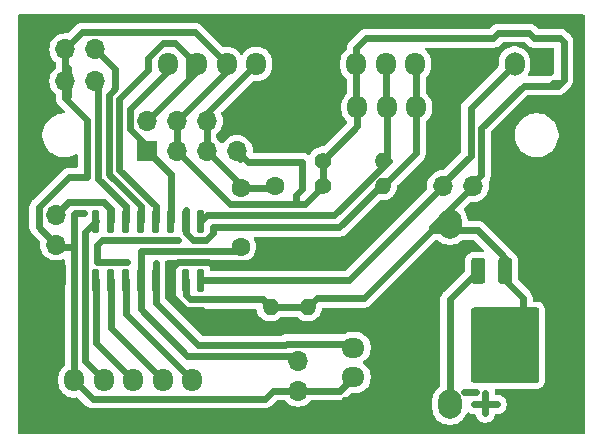
<source format=gtl>
G04 #@! TF.GenerationSoftware,KiCad,Pcbnew,8.0.4-8.0.4-0~ubuntu24.04.1*
G04 #@! TF.CreationDate,2024-08-10T19:39:54+03:00*
G04 #@! TF.ProjectId,stripe_board,73747269-7065-45f6-926f-6172642e6b69,rev?*
G04 #@! TF.SameCoordinates,Original*
G04 #@! TF.FileFunction,Copper,L1,Top*
G04 #@! TF.FilePolarity,Positive*
%FSLAX46Y46*%
G04 Gerber Fmt 4.6, Leading zero omitted, Abs format (unit mm)*
G04 Created by KiCad (PCBNEW 8.0.4-8.0.4-0~ubuntu24.04.1) date 2024-08-10 19:39:54*
%MOMM*%
%LPD*%
G01*
G04 APERTURE LIST*
G04 #@! TA.AperFunction,ComponentPad*
%ADD10R,1.700000X1.700000*%
G04 #@! TD*
G04 #@! TA.AperFunction,ComponentPad*
%ADD11O,1.700000X1.700000*%
G04 #@! TD*
G04 #@! TA.AperFunction,ComponentPad*
%ADD12O,1.700000X2.000000*%
G04 #@! TD*
G04 #@! TA.AperFunction,ComponentPad*
%ADD13O,1.700000X1.950000*%
G04 #@! TD*
G04 #@! TA.AperFunction,ComponentPad*
%ADD14C,1.400000*%
G04 #@! TD*
G04 #@! TA.AperFunction,ComponentPad*
%ADD15O,1.400000X1.400000*%
G04 #@! TD*
G04 #@! TA.AperFunction,ComponentPad*
%ADD16O,1.950000X1.700000*%
G04 #@! TD*
G04 #@! TA.AperFunction,ComponentPad*
%ADD17C,1.600000*%
G04 #@! TD*
G04 #@! TA.AperFunction,ComponentPad*
%ADD18O,2.000000X2.500000*%
G04 #@! TD*
G04 #@! TA.AperFunction,Conductor*
%ADD19C,0.600000*%
G04 #@! TD*
G04 APERTURE END LIST*
G04 #@! TO.P,U2,1,GND*
G04 #@! TO.N,GND*
G04 #@! TA.AperFunction,SMDPad,CuDef*
G36*
G01*
X43180000Y-20600000D02*
X43880000Y-20600000D01*
G75*
G02*
X44130000Y-20850000I0J-250000D01*
G01*
X44130000Y-22550000D01*
G75*
G02*
X43880000Y-22800000I-250000J0D01*
G01*
X43180000Y-22800000D01*
G75*
G02*
X42930000Y-22550000I0J250000D01*
G01*
X42930000Y-20850000D01*
G75*
G02*
X43180000Y-20600000I250000J0D01*
G01*
G37*
G04 #@! TD.AperFunction*
G04 #@! TO.P,U2,2,VO*
G04 #@! TO.N,5V*
G04 #@! TA.AperFunction,SMDPad,CuDef*
G36*
G01*
X40900000Y-20600000D02*
X41600000Y-20600000D01*
G75*
G02*
X41850000Y-20850000I0J-250000D01*
G01*
X41850000Y-22550000D01*
G75*
G02*
X41600000Y-22800000I-250000J0D01*
G01*
X40900000Y-22800000D01*
G75*
G02*
X40650000Y-22550000I0J250000D01*
G01*
X40650000Y-20850000D01*
G75*
G02*
X40900000Y-20600000I250000J0D01*
G01*
G37*
G04 #@! TD.AperFunction*
G04 #@! TA.AperFunction,SMDPad,CuDef*
G36*
G01*
X41650000Y-24800000D02*
X43900000Y-24800000D01*
G75*
G02*
X44150000Y-25050000I0J-250000D01*
G01*
X44150000Y-27600000D01*
G75*
G02*
X43900000Y-27850000I-250000J0D01*
G01*
X41650000Y-27850000D01*
G75*
G02*
X41400000Y-27600000I0J250000D01*
G01*
X41400000Y-25050000D01*
G75*
G02*
X41650000Y-24800000I250000J0D01*
G01*
G37*
G04 #@! TD.AperFunction*
G04 #@! TA.AperFunction,SMDPad,CuDef*
G36*
G01*
X38600000Y-24800000D02*
X40850000Y-24800000D01*
G75*
G02*
X41100000Y-25050000I0J-250000D01*
G01*
X41100000Y-27600000D01*
G75*
G02*
X40850000Y-27850000I-250000J0D01*
G01*
X38600000Y-27850000D01*
G75*
G02*
X38350000Y-27600000I0J250000D01*
G01*
X38350000Y-25050000D01*
G75*
G02*
X38600000Y-24800000I250000J0D01*
G01*
G37*
G04 #@! TD.AperFunction*
G04 #@! TA.AperFunction,SMDPad,CuDef*
G36*
G01*
X38599997Y-24800000D02*
X43900003Y-24800000D01*
G75*
G02*
X44150000Y-25049997I0J-249997D01*
G01*
X44150000Y-30950003D01*
G75*
G02*
X43900003Y-31200000I-249997J0D01*
G01*
X38599997Y-31200000D01*
G75*
G02*
X38350000Y-30950003I0J249997D01*
G01*
X38350000Y-25049997D01*
G75*
G02*
X38599997Y-24800000I249997J0D01*
G01*
G37*
G04 #@! TD.AperFunction*
G04 #@! TA.AperFunction,SMDPad,CuDef*
G36*
G01*
X41650000Y-28150000D02*
X43900000Y-28150000D01*
G75*
G02*
X44150000Y-28400000I0J-250000D01*
G01*
X44150000Y-30950000D01*
G75*
G02*
X43900000Y-31200000I-250000J0D01*
G01*
X41650000Y-31200000D01*
G75*
G02*
X41400000Y-30950000I0J250000D01*
G01*
X41400000Y-28400000D01*
G75*
G02*
X41650000Y-28150000I250000J0D01*
G01*
G37*
G04 #@! TD.AperFunction*
G04 #@! TA.AperFunction,SMDPad,CuDef*
G36*
G01*
X38600000Y-28150000D02*
X40850000Y-28150000D01*
G75*
G02*
X41100000Y-28400000I0J-250000D01*
G01*
X41100000Y-30950000D01*
G75*
G02*
X40850000Y-31200000I-250000J0D01*
G01*
X38600000Y-31200000D01*
G75*
G02*
X38350000Y-30950000I0J250000D01*
G01*
X38350000Y-28400000D01*
G75*
G02*
X38600000Y-28150000I250000J0D01*
G01*
G37*
G04 #@! TD.AperFunction*
G04 #@! TO.P,U2,3,VI*
G04 #@! TO.N,IN*
G04 #@! TA.AperFunction,SMDPad,CuDef*
G36*
G01*
X38620000Y-20600000D02*
X39320000Y-20600000D01*
G75*
G02*
X39570000Y-20850000I0J-250000D01*
G01*
X39570000Y-22550000D01*
G75*
G02*
X39320000Y-22800000I-250000J0D01*
G01*
X38620000Y-22800000D01*
G75*
G02*
X38370000Y-22550000I0J250000D01*
G01*
X38370000Y-20850000D01*
G75*
G02*
X38620000Y-20600000I250000J0D01*
G01*
G37*
G04 #@! TD.AperFunction*
G04 #@! TD*
D10*
G04 #@! TO.P,J20,1,Pin_1*
G04 #@! TO.N,PWM1*
X10927398Y-11540000D03*
D11*
G04 #@! TO.P,J20,2,Pin_2*
G04 #@! TO.N,PWM2*
X10927398Y-9000000D03*
G04 #@! TO.P,J20,3,Pin_3*
G04 #@! TO.N,5V*
X13467398Y-11540000D03*
G04 #@! TO.P,J20,4,Pin_4*
X13467398Y-9000000D03*
G04 #@! TO.P,J20,5,Pin_5*
G04 #@! TO.N,CUR_IN*
X16007398Y-11540000D03*
G04 #@! TO.P,J20,6,Pin_6*
X16007398Y-9000000D03*
G04 #@! TO.P,J20,7,Pin_7*
G04 #@! TO.N,5V*
X18547398Y-11540000D03*
G04 #@! TO.P,J20,8,Pin_8*
G04 #@! TO.N,GND*
X18547398Y-9000000D03*
G04 #@! TD*
D10*
G04 #@! TO.P,Srv5,1,GND*
G04 #@! TO.N,GND*
X1475000Y-5643272D03*
D11*
G04 #@! TO.P,Srv5,2,5v*
G04 #@! TO.N,5V*
X4015000Y-5643272D03*
G04 #@! TO.P,Srv5,3,PWM*
G04 #@! TO.N,/PC7*
X6555000Y-5643272D03*
G04 #@! TD*
G04 #@! TO.P,U1,1,PC1*
G04 #@! TO.N,SDA*
G04 #@! TA.AperFunction,SMDPad,CuDef*
G36*
G01*
X15322398Y-16515000D02*
X15622398Y-16515000D01*
G75*
G02*
X15772398Y-16665000I0J-150000D01*
G01*
X15772398Y-18365000D01*
G75*
G02*
X15622398Y-18515000I-150000J0D01*
G01*
X15322398Y-18515000D01*
G75*
G02*
X15172398Y-18365000I0J150000D01*
G01*
X15172398Y-16665000D01*
G75*
G02*
X15322398Y-16515000I150000J0D01*
G01*
G37*
G04 #@! TD.AperFunction*
G04 #@! TO.P,U1,2,PC2*
G04 #@! TO.N,SCL*
G04 #@! TA.AperFunction,SMDPad,CuDef*
G36*
G01*
X14052398Y-16515000D02*
X14352398Y-16515000D01*
G75*
G02*
X14502398Y-16665000I0J-150000D01*
G01*
X14502398Y-18365000D01*
G75*
G02*
X14352398Y-18515000I-150000J0D01*
G01*
X14052398Y-18515000D01*
G75*
G02*
X13902398Y-18365000I0J150000D01*
G01*
X13902398Y-16665000D01*
G75*
G02*
X14052398Y-16515000I150000J0D01*
G01*
G37*
G04 #@! TD.AperFunction*
G04 #@! TO.P,U1,3,PC3*
G04 #@! TO.N,PWM1*
G04 #@! TA.AperFunction,SMDPad,CuDef*
G36*
G01*
X12782398Y-16515000D02*
X13082398Y-16515000D01*
G75*
G02*
X13232398Y-16665000I0J-150000D01*
G01*
X13232398Y-18365000D01*
G75*
G02*
X13082398Y-18515000I-150000J0D01*
G01*
X12782398Y-18515000D01*
G75*
G02*
X12632398Y-18365000I0J150000D01*
G01*
X12632398Y-16665000D01*
G75*
G02*
X12782398Y-16515000I150000J0D01*
G01*
G37*
G04 #@! TD.AperFunction*
G04 #@! TO.P,U1,4,PC4*
G04 #@! TO.N,PWM2*
G04 #@! TA.AperFunction,SMDPad,CuDef*
G36*
G01*
X11512398Y-16515000D02*
X11812398Y-16515000D01*
G75*
G02*
X11962398Y-16665000I0J-150000D01*
G01*
X11962398Y-18365000D01*
G75*
G02*
X11812398Y-18515000I-150000J0D01*
G01*
X11512398Y-18515000D01*
G75*
G02*
X11362398Y-18365000I0J150000D01*
G01*
X11362398Y-16665000D01*
G75*
G02*
X11512398Y-16515000I150000J0D01*
G01*
G37*
G04 #@! TD.AperFunction*
G04 #@! TO.P,U1,5,PC6*
G04 #@! TO.N,/PC6*
G04 #@! TA.AperFunction,SMDPad,CuDef*
G36*
G01*
X10242398Y-16515000D02*
X10542398Y-16515000D01*
G75*
G02*
X10692398Y-16665000I0J-150000D01*
G01*
X10692398Y-18365000D01*
G75*
G02*
X10542398Y-18515000I-150000J0D01*
G01*
X10242398Y-18515000D01*
G75*
G02*
X10092398Y-18365000I0J150000D01*
G01*
X10092398Y-16665000D01*
G75*
G02*
X10242398Y-16515000I150000J0D01*
G01*
G37*
G04 #@! TD.AperFunction*
G04 #@! TO.P,U1,6,PC7*
G04 #@! TO.N,/PC7*
G04 #@! TA.AperFunction,SMDPad,CuDef*
G36*
G01*
X8972398Y-16515000D02*
X9272398Y-16515000D01*
G75*
G02*
X9422398Y-16665000I0J-150000D01*
G01*
X9422398Y-18365000D01*
G75*
G02*
X9272398Y-18515000I-150000J0D01*
G01*
X8972398Y-18515000D01*
G75*
G02*
X8822398Y-18365000I0J150000D01*
G01*
X8822398Y-16665000D01*
G75*
G02*
X8972398Y-16515000I150000J0D01*
G01*
G37*
G04 #@! TD.AperFunction*
G04 #@! TO.P,U1,7,PD1*
G04 #@! TO.N,SWIO*
G04 #@! TA.AperFunction,SMDPad,CuDef*
G36*
G01*
X7702398Y-16515000D02*
X8002398Y-16515000D01*
G75*
G02*
X8152398Y-16665000I0J-150000D01*
G01*
X8152398Y-18365000D01*
G75*
G02*
X8002398Y-18515000I-150000J0D01*
G01*
X7702398Y-18515000D01*
G75*
G02*
X7552398Y-18365000I0J150000D01*
G01*
X7552398Y-16665000D01*
G75*
G02*
X7702398Y-16515000I150000J0D01*
G01*
G37*
G04 #@! TD.AperFunction*
G04 #@! TO.P,U1,8,PD4*
G04 #@! TO.N,/PD4*
G04 #@! TA.AperFunction,SMDPad,CuDef*
G36*
G01*
X6432398Y-16515000D02*
X6732398Y-16515000D01*
G75*
G02*
X6882398Y-16665000I0J-150000D01*
G01*
X6882398Y-18365000D01*
G75*
G02*
X6732398Y-18515000I-150000J0D01*
G01*
X6432398Y-18515000D01*
G75*
G02*
X6282398Y-18365000I0J150000D01*
G01*
X6282398Y-16665000D01*
G75*
G02*
X6432398Y-16515000I150000J0D01*
G01*
G37*
G04 #@! TD.AperFunction*
G04 #@! TO.P,U1,9,PD5*
G04 #@! TO.N,/PD5*
G04 #@! TA.AperFunction,SMDPad,CuDef*
G36*
G01*
X6432398Y-21515000D02*
X6732398Y-21515000D01*
G75*
G02*
X6882398Y-21665000I0J-150000D01*
G01*
X6882398Y-23365000D01*
G75*
G02*
X6732398Y-23515000I-150000J0D01*
G01*
X6432398Y-23515000D01*
G75*
G02*
X6282398Y-23365000I0J150000D01*
G01*
X6282398Y-21665000D01*
G75*
G02*
X6432398Y-21515000I150000J0D01*
G01*
G37*
G04 #@! TD.AperFunction*
G04 #@! TO.P,U1,10,PD6*
G04 #@! TO.N,/PD6*
G04 #@! TA.AperFunction,SMDPad,CuDef*
G36*
G01*
X7702398Y-21515000D02*
X8002398Y-21515000D01*
G75*
G02*
X8152398Y-21665000I0J-150000D01*
G01*
X8152398Y-23365000D01*
G75*
G02*
X8002398Y-23515000I-150000J0D01*
G01*
X7702398Y-23515000D01*
G75*
G02*
X7552398Y-23365000I0J150000D01*
G01*
X7552398Y-21665000D01*
G75*
G02*
X7702398Y-21515000I150000J0D01*
G01*
G37*
G04 #@! TD.AperFunction*
G04 #@! TO.P,U1,11,PD7*
G04 #@! TO.N,/PD7*
G04 #@! TA.AperFunction,SMDPad,CuDef*
G36*
G01*
X8972398Y-21515000D02*
X9272398Y-21515000D01*
G75*
G02*
X9422398Y-21665000I0J-150000D01*
G01*
X9422398Y-23365000D01*
G75*
G02*
X9272398Y-23515000I-150000J0D01*
G01*
X8972398Y-23515000D01*
G75*
G02*
X8822398Y-23365000I0J150000D01*
G01*
X8822398Y-21665000D01*
G75*
G02*
X8972398Y-21515000I150000J0D01*
G01*
G37*
G04 #@! TD.AperFunction*
G04 #@! TO.P,U1,12,PA1*
G04 #@! TO.N,/PA1*
G04 #@! TA.AperFunction,SMDPad,CuDef*
G36*
G01*
X10242398Y-21515000D02*
X10542398Y-21515000D01*
G75*
G02*
X10692398Y-21665000I0J-150000D01*
G01*
X10692398Y-23365000D01*
G75*
G02*
X10542398Y-23515000I-150000J0D01*
G01*
X10242398Y-23515000D01*
G75*
G02*
X10092398Y-23365000I0J150000D01*
G01*
X10092398Y-21665000D01*
G75*
G02*
X10242398Y-21515000I150000J0D01*
G01*
G37*
G04 #@! TD.AperFunction*
G04 #@! TO.P,U1,13,PA2*
G04 #@! TO.N,POS_IN*
G04 #@! TA.AperFunction,SMDPad,CuDef*
G36*
G01*
X11512398Y-21515000D02*
X11812398Y-21515000D01*
G75*
G02*
X11962398Y-21665000I0J-150000D01*
G01*
X11962398Y-23365000D01*
G75*
G02*
X11812398Y-23515000I-150000J0D01*
G01*
X11512398Y-23515000D01*
G75*
G02*
X11362398Y-23365000I0J150000D01*
G01*
X11362398Y-21665000D01*
G75*
G02*
X11512398Y-21515000I150000J0D01*
G01*
G37*
G04 #@! TD.AperFunction*
G04 #@! TO.P,U1,14,VSS*
G04 #@! TO.N,GND*
G04 #@! TA.AperFunction,SMDPad,CuDef*
G36*
G01*
X12782398Y-21515000D02*
X13082398Y-21515000D01*
G75*
G02*
X13232398Y-21665000I0J-150000D01*
G01*
X13232398Y-23365000D01*
G75*
G02*
X13082398Y-23515000I-150000J0D01*
G01*
X12782398Y-23515000D01*
G75*
G02*
X12632398Y-23365000I0J150000D01*
G01*
X12632398Y-21665000D01*
G75*
G02*
X12782398Y-21515000I150000J0D01*
G01*
G37*
G04 #@! TD.AperFunction*
G04 #@! TO.P,U1,15,VDD*
G04 #@! TO.N,5V*
G04 #@! TA.AperFunction,SMDPad,CuDef*
G36*
G01*
X14052398Y-21515000D02*
X14352398Y-21515000D01*
G75*
G02*
X14502398Y-21665000I0J-150000D01*
G01*
X14502398Y-23365000D01*
G75*
G02*
X14352398Y-23515000I-150000J0D01*
G01*
X14052398Y-23515000D01*
G75*
G02*
X13902398Y-23365000I0J150000D01*
G01*
X13902398Y-21665000D01*
G75*
G02*
X14052398Y-21515000I150000J0D01*
G01*
G37*
G04 #@! TD.AperFunction*
G04 #@! TO.P,U1,16,PC0*
G04 #@! TO.N,RC_IN*
G04 #@! TA.AperFunction,SMDPad,CuDef*
G36*
G01*
X15322398Y-21515000D02*
X15622398Y-21515000D01*
G75*
G02*
X15772398Y-21665000I0J-150000D01*
G01*
X15772398Y-23365000D01*
G75*
G02*
X15622398Y-23515000I-150000J0D01*
G01*
X15322398Y-23515000D01*
G75*
G02*
X15172398Y-23365000I0J150000D01*
G01*
X15172398Y-21665000D01*
G75*
G02*
X15322398Y-21515000I150000J0D01*
G01*
G37*
G04 #@! TD.AperFunction*
G04 #@! TD*
G04 #@! TO.P,J2,1,Pin_1*
G04 #@! TO.N,GND*
G04 #@! TA.AperFunction,ComponentPad*
G36*
G01*
X45398744Y-3450642D02*
X45398744Y-4950642D01*
G75*
G02*
X45148744Y-5200642I-250000J0D01*
G01*
X43948744Y-5200642D01*
G75*
G02*
X43698744Y-4950642I0J250000D01*
G01*
X43698744Y-3450642D01*
G75*
G02*
X43948744Y-3200642I250000J0D01*
G01*
X45148744Y-3200642D01*
G75*
G02*
X45398744Y-3450642I0J-250000D01*
G01*
G37*
G04 #@! TD.AperFunction*
D12*
G04 #@! TO.P,J2,2,Pin_2*
G04 #@! TO.N,RC_IN*
X42048744Y-4200642D03*
G04 #@! TD*
G04 #@! TO.P,J1,1,Pin_1*
G04 #@! TO.N,GND*
G04 #@! TA.AperFunction,ComponentPad*
G36*
G01*
X1417066Y-31697759D02*
X1417066Y-30247759D01*
G75*
G02*
X1667066Y-29997759I250000J0D01*
G01*
X2867066Y-29997759D01*
G75*
G02*
X3117066Y-30247759I0J-250000D01*
G01*
X3117066Y-31697759D01*
G75*
G02*
X2867066Y-31947759I-250000J0D01*
G01*
X1667066Y-31947759D01*
G75*
G02*
X1417066Y-31697759I0J250000D01*
G01*
G37*
G04 #@! TD.AperFunction*
D13*
G04 #@! TO.P,J1,2,Pin_2*
G04 #@! TO.N,5V*
X4767066Y-30972759D03*
G04 #@! TO.P,J1,3,Pin_3*
G04 #@! TO.N,/PD4*
X7267066Y-30972759D03*
G04 #@! TO.P,J1,4,Pin_4*
G04 #@! TO.N,/PD5*
X9767066Y-30972759D03*
G04 #@! TO.P,J1,5,Pin_5*
G04 #@! TO.N,/PD6*
X12267066Y-30972759D03*
G04 #@! TO.P,J1,6,Pin_6*
G04 #@! TO.N,/PD7*
X14767066Y-30972759D03*
G04 #@! TD*
D14*
G04 #@! TO.P,C2,1*
G04 #@! TO.N,GND*
X24541068Y-19690919D03*
D15*
G04 #@! TO.P,C2,2*
G04 #@! TO.N,5V*
X24541068Y-24770919D03*
G04 #@! TD*
D14*
G04 #@! TO.P,R1,1*
G04 #@! TO.N,5V*
X25827398Y-14515000D03*
D15*
G04 #@! TO.P,R1,2*
G04 #@! TO.N,SCL*
X30907398Y-14515000D03*
G04 #@! TD*
D14*
G04 #@! TO.P,R2,1*
G04 #@! TO.N,5V*
X25829794Y-12376450D03*
D15*
G04 #@! TO.P,R2,2*
G04 #@! TO.N,SDA*
X30909794Y-12376450D03*
G04 #@! TD*
D10*
G04 #@! TO.P,J16,1,Pin_1*
G04 #@! TO.N,GND*
X3227398Y-22015000D03*
D11*
G04 #@! TO.P,J16,2,Pin_2*
G04 #@! TO.N,5V*
X3227398Y-19475000D03*
G04 #@! TO.P,J16,3,Pin_3*
G04 #@! TO.N,SWIO*
X3227398Y-16935000D03*
G04 #@! TD*
G04 #@! TO.P,I2C_2,1,Pin_1*
G04 #@! TO.N,GND*
G04 #@! TA.AperFunction,ComponentPad*
G36*
G01*
X36985031Y-3473659D02*
X36985031Y-4923659D01*
G75*
G02*
X36735031Y-5173659I-250000J0D01*
G01*
X35535031Y-5173659D01*
G75*
G02*
X35285031Y-4923659I0J250000D01*
G01*
X35285031Y-3473659D01*
G75*
G02*
X35535031Y-3223659I250000J0D01*
G01*
X36735031Y-3223659D01*
G75*
G02*
X36985031Y-3473659I0J-250000D01*
G01*
G37*
G04 #@! TD.AperFunction*
D13*
G04 #@! TO.P,I2C_2,2,Pin_2*
G04 #@! TO.N,SCL*
X33635031Y-4198659D03*
G04 #@! TO.P,I2C_2,3,Pin_3*
G04 #@! TO.N,SDA*
X31135031Y-4198659D03*
G04 #@! TO.P,I2C_2,4,Pin_4*
G04 #@! TO.N,5V*
X28635031Y-4198659D03*
G04 #@! TD*
G04 #@! TO.P,Srv8,1,GND*
G04 #@! TO.N,GND*
G04 #@! TA.AperFunction,ComponentPad*
G36*
G01*
X29135469Y-34061030D02*
X27685469Y-34061030D01*
G75*
G02*
X27435469Y-33811030I0J250000D01*
G01*
X27435469Y-32611030D01*
G75*
G02*
X27685469Y-32361030I250000J0D01*
G01*
X29135469Y-32361030D01*
G75*
G02*
X29385469Y-32611030I0J-250000D01*
G01*
X29385469Y-33811030D01*
G75*
G02*
X29135469Y-34061030I-250000J0D01*
G01*
G37*
G04 #@! TD.AperFunction*
D16*
G04 #@! TO.P,Srv8,2,5v*
G04 #@! TO.N,5V*
X28410469Y-30711030D03*
G04 #@! TO.P,Srv8,3,PWM*
G04 #@! TO.N,POS_IN*
X28410469Y-28211030D03*
G04 #@! TD*
D14*
G04 #@! TO.P,C3,1*
G04 #@! TO.N,GND*
X21391068Y-19690919D03*
D15*
G04 #@! TO.P,C3,2*
G04 #@! TO.N,5V*
X21391068Y-24770919D03*
G04 #@! TD*
D17*
G04 #@! TO.P,R3,1*
G04 #@! TO.N,CUR_IN*
X18850514Y-14667908D03*
G04 #@! TO.P,R3,2*
G04 #@! TO.N,/PA1*
X18850514Y-19667908D03*
G04 #@! TD*
G04 #@! TO.P,J8,1,Pin_1*
G04 #@! TO.N,GND*
G04 #@! TA.AperFunction,ComponentPad*
G36*
G01*
X23523002Y-3471999D02*
X23523002Y-4921999D01*
G75*
G02*
X23273002Y-5171999I-250000J0D01*
G01*
X22073002Y-5171999D01*
G75*
G02*
X21823002Y-4921999I0J250000D01*
G01*
X21823002Y-3471999D01*
G75*
G02*
X22073002Y-3221999I250000J0D01*
G01*
X23273002Y-3221999D01*
G75*
G02*
X23523002Y-3471999I0J-250000D01*
G01*
G37*
G04 #@! TD.AperFunction*
D13*
G04 #@! TO.P,J8,2,Pin_2*
G04 #@! TO.N,CUR_IN*
X20173002Y-4196999D03*
G04 #@! TO.P,J8,3,Pin_3*
G04 #@! TO.N,5V*
X17673002Y-4196999D03*
G04 #@! TO.P,J8,4,Pin_4*
G04 #@! TO.N,PWM2*
X15173002Y-4196999D03*
G04 #@! TO.P,J8,5,Pin_5*
G04 #@! TO.N,PWM1*
X12673002Y-4196999D03*
G04 #@! TD*
D17*
G04 #@! TO.P,C4,1*
G04 #@! TO.N,CUR_IN*
X21727398Y-14515000D03*
G04 #@! TO.P,C4,2*
G04 #@! TO.N,GND*
X21727398Y-9515000D03*
G04 #@! TD*
D10*
G04 #@! TO.P,Srv7,1,GND*
G04 #@! TO.N,GND*
X23727398Y-34390000D03*
D11*
G04 #@! TO.P,Srv7,2,5v*
G04 #@! TO.N,5V*
X23727398Y-31850000D03*
G04 #@! TO.P,Srv7,3,PWM*
G04 #@! TO.N,/PA1*
X23727398Y-29310000D03*
G04 #@! TD*
D10*
G04 #@! TO.P,Srv6,1,GND*
G04 #@! TO.N,GND*
X1475000Y-2946060D03*
D11*
G04 #@! TO.P,Srv6,2,5v*
G04 #@! TO.N,5V*
X4015000Y-2946060D03*
G04 #@! TO.P,Srv6,3,PWM*
G04 #@! TO.N,/PC6*
X6555000Y-2946060D03*
G04 #@! TD*
G04 #@! TO.P,I2C_1,1,Pin_1*
G04 #@! TO.N,GND*
G04 #@! TA.AperFunction,ComponentPad*
G36*
G01*
X37077398Y-7147980D02*
X37077398Y-8597980D01*
G75*
G02*
X36827398Y-8847980I-250000J0D01*
G01*
X35627398Y-8847980D01*
G75*
G02*
X35377398Y-8597980I0J250000D01*
G01*
X35377398Y-7147980D01*
G75*
G02*
X35627398Y-6897980I250000J0D01*
G01*
X36827398Y-6897980D01*
G75*
G02*
X37077398Y-7147980I0J-250000D01*
G01*
G37*
G04 #@! TD.AperFunction*
D13*
G04 #@! TO.P,I2C_1,2,Pin_2*
G04 #@! TO.N,SCL*
X33727398Y-7872980D03*
G04 #@! TO.P,I2C_1,3,Pin_3*
G04 #@! TO.N,SDA*
X31227398Y-7872980D03*
G04 #@! TO.P,I2C_1,4,Pin_4*
G04 #@! TO.N,5V*
X28727398Y-7872980D03*
G04 #@! TD*
D10*
G04 #@! TO.P,Srv1,1,GND*
G04 #@! TO.N,GND*
X41077398Y-14515000D03*
D11*
G04 #@! TO.P,Srv1,2,5v*
G04 #@! TO.N,5V*
X38537398Y-14515000D03*
G04 #@! TO.P,Srv1,3,PWM*
G04 #@! TO.N,RC_IN*
X35997398Y-14515000D03*
G04 #@! TD*
D18*
G04 #@! TO.P,Mini360,1,IN-*
G04 #@! TO.N,GND*
X45717398Y-32990000D03*
G04 #@! TO.P,Mini360,2,IN+*
G04 #@! TO.N,IN*
X36577398Y-32990000D03*
G04 #@! TO.P,Mini360,3,OUT-*
G04 #@! TO.N,GND*
X45717398Y-17750000D03*
G04 #@! TO.P,Mini360,4,OUT+*
G04 #@! TO.N,5V*
X36577398Y-17750000D03*
G04 #@! TD*
D19*
G04 #@! TO.N,5V*
X42775000Y-26325000D02*
X42775000Y-24025000D01*
X42775000Y-24025000D02*
X41250000Y-22500000D01*
X41250000Y-22500000D02*
X41250000Y-21700000D01*
G04 #@! TO.N,*
X37750000Y-32000000D02*
X38750000Y-32000000D01*
G04 #@! TO.N,5V*
X41250000Y-21700000D02*
X41250000Y-20600000D01*
X41250000Y-20600000D02*
X38915000Y-18265000D01*
X38915000Y-18265000D02*
X36577398Y-18265000D01*
G04 #@! TO.N,IN*
X36577398Y-33505000D02*
X36577398Y-24092602D01*
X36577398Y-24092602D02*
X38970000Y-21700000D01*
G04 #@! TO.N,*
X39577398Y-32015000D02*
X39577398Y-33765000D01*
X38577398Y-33015000D02*
X40577398Y-33015000D01*
G04 #@! TO.N,5V*
X19522398Y-12515000D02*
X24077398Y-12515000D01*
X18547398Y-11540000D02*
X19522398Y-12515000D01*
X23577398Y-15265000D02*
X23577398Y-16067908D01*
X24077398Y-12515000D02*
X24077398Y-14765000D01*
X24077398Y-14765000D02*
X23577398Y-15265000D01*
X23577398Y-16067908D02*
X23077398Y-16067908D01*
X24274490Y-16067908D02*
X23577398Y-16067908D01*
X18799898Y-11792500D02*
X18799898Y-12237500D01*
X18547398Y-11540000D02*
X18799898Y-11792500D01*
X23077398Y-16067908D02*
X22554389Y-16067908D01*
X23127398Y-16017908D02*
X23077398Y-16067908D01*
X38537398Y-14515000D02*
X35077398Y-17975000D01*
X35077398Y-17975000D02*
X35077398Y-18265000D01*
X36577398Y-18265000D02*
X35077398Y-18265000D01*
X35077398Y-18265000D02*
X29327398Y-24015000D01*
X29327398Y-24015000D02*
X25296987Y-24015000D01*
X25296987Y-24015000D02*
X24541068Y-24770919D01*
G04 #@! TO.N,RC_IN*
X15472398Y-22515000D02*
X27577398Y-22515000D01*
X35997398Y-14515000D02*
X27997398Y-22515000D01*
X27997398Y-22515000D02*
X27577398Y-22515000D01*
G04 #@! TO.N,*
X7127398Y-19115000D02*
X6727398Y-19515000D01*
X13529607Y-19115000D02*
X7127398Y-19115000D01*
X6727398Y-20915000D02*
X9227398Y-20915000D01*
X6727398Y-19515000D02*
X6727398Y-20915000D01*
G04 #@! TO.N,5V*
X1777398Y-18025000D02*
X3227398Y-19475000D01*
X5877398Y-13765000D02*
X4346788Y-13765000D01*
X20735149Y-24115000D02*
X20931274Y-24311124D01*
X4015000Y-2946060D02*
X4015000Y-5643272D01*
X45340206Y-5761633D02*
X45980765Y-5761633D01*
X4767066Y-30972759D02*
X4767066Y-28076322D01*
X45928008Y-2015000D02*
X43727398Y-2015000D01*
X17673002Y-4196999D02*
X17673002Y-4794396D01*
X14532398Y-24115000D02*
X20735149Y-24115000D01*
X40677398Y-1565000D02*
X40227398Y-2015000D01*
X4727398Y-19660000D02*
X4782398Y-19715000D01*
X5465000Y-1496060D02*
X14972063Y-1496060D01*
X38312398Y-14515000D02*
X39227398Y-13600000D01*
X28727398Y-7872980D02*
X28727398Y-9478846D01*
X21593008Y-31850000D02*
X20895249Y-32547759D01*
X17673002Y-4196999D02*
X17564953Y-4196999D01*
X20895249Y-32547759D02*
X6342066Y-32547759D01*
X6342066Y-32547759D02*
X4767066Y-30972759D01*
X20931274Y-24311124D02*
X21391069Y-24770919D01*
X4242398Y-4515000D02*
X4242398Y-6859441D01*
X43277398Y-1565000D02*
X40677398Y-1565000D01*
X46227398Y-2314390D02*
X45928008Y-2015000D01*
X23727398Y-31850000D02*
X27271499Y-31850000D01*
X24274490Y-16067908D02*
X25827398Y-14515000D01*
X4827398Y-16815000D02*
X5577398Y-16815000D01*
X25829794Y-14512604D02*
X25827398Y-14515000D01*
X4782398Y-19715000D02*
X3467398Y-19715000D01*
X28635031Y-7780613D02*
X28727398Y-7872980D01*
X46227398Y-5515000D02*
X46227398Y-2314390D01*
X29477398Y-2015000D02*
X28635031Y-2857367D01*
X45727398Y-6015000D02*
X45980765Y-5761633D01*
X14202398Y-23785000D02*
X14532398Y-24115000D01*
X4015000Y-2946060D02*
X5465000Y-1496060D01*
X13467398Y-11540000D02*
X17995306Y-16067908D01*
X4015000Y-5643272D02*
X4015000Y-7086839D01*
X14972063Y-1496060D02*
X17673002Y-4196999D01*
X1777398Y-16334390D02*
X1777398Y-16515000D01*
X38312398Y-15030000D02*
X38312398Y-14515000D01*
X42827398Y-6015000D02*
X45727398Y-6015000D01*
X5827398Y-9074441D02*
X5877398Y-9124441D01*
X27271499Y-31850000D02*
X28410469Y-30711030D01*
X20931274Y-24311124D02*
X21391068Y-24770919D01*
X17673002Y-4794396D02*
X13467398Y-9000000D01*
X28635031Y-2857367D02*
X28635031Y-4198659D01*
X4827398Y-16815000D02*
X4727398Y-16915000D01*
X17995306Y-16067908D02*
X21577398Y-16067908D01*
X4015000Y-7086839D02*
X5827398Y-8899237D01*
X40227398Y-2015000D02*
X29477398Y-2015000D01*
X13467398Y-9000000D02*
X13467398Y-11540000D01*
X25829794Y-12376450D02*
X25829794Y-14512604D01*
X1777398Y-16515000D02*
X1777398Y-18025000D01*
X4346788Y-13765000D02*
X1777398Y-16334390D01*
X39227398Y-9615000D02*
X42827398Y-6015000D01*
X39227398Y-13600000D02*
X39227398Y-9615000D01*
X4727398Y-19660000D02*
X4727398Y-16915000D01*
X4767066Y-28076322D02*
X4782398Y-28060990D01*
X5827398Y-8899237D02*
X5827398Y-9074441D01*
X45980765Y-5761633D02*
X46227398Y-5515000D01*
X23727398Y-31850000D02*
X21593008Y-31850000D01*
X21391069Y-24770919D02*
X24541068Y-24770919D01*
X43727398Y-2015000D02*
X43277398Y-1565000D01*
X4782398Y-19715000D02*
X4782398Y-28060990D01*
X21577398Y-16067908D02*
X22554389Y-16067908D01*
X28727398Y-9478846D02*
X25829794Y-12376450D01*
X28635031Y-4198659D02*
X28635031Y-7780613D01*
X3467398Y-19715000D02*
X3227398Y-19475000D01*
X14202398Y-22515000D02*
X14202398Y-23785000D01*
X5877398Y-9124441D02*
X5877398Y-13765000D01*
X21577398Y-16067908D02*
X24274490Y-16067908D01*
G04 #@! TO.N,GND*
X14159606Y-25015000D02*
X15577398Y-25015000D01*
X13532400Y-20915000D02*
X13329899Y-21117501D01*
X13532400Y-20915000D02*
X16127398Y-20915000D01*
X16280306Y-21067908D02*
X20014079Y-21067908D01*
X12932398Y-22515000D02*
X12932398Y-21515001D01*
X12932398Y-22515000D02*
X12932398Y-23787792D01*
X12932398Y-21515001D02*
X13329899Y-21117501D01*
X20014079Y-21067908D02*
X21391068Y-19690919D01*
X12932398Y-23787792D02*
X14159606Y-25015000D01*
X16127398Y-20915000D02*
X16280306Y-21067908D01*
X13329899Y-21117501D02*
X13532399Y-20915000D01*
G04 #@! TO.N,SWIO*
X4247398Y-15915000D02*
X7252397Y-15915000D01*
X7852398Y-16437919D02*
X7852398Y-17515000D01*
X7252397Y-15915000D02*
X7852398Y-16515001D01*
X7852398Y-16515001D02*
X7852398Y-17515000D01*
X3227398Y-16935000D02*
X4247398Y-15915000D01*
G04 #@! TO.N,SCL*
X16527398Y-18015000D02*
X27227398Y-18015000D01*
X33727398Y-11695000D02*
X33727398Y-7872980D01*
X16527398Y-18524816D02*
X15937214Y-19115000D01*
X15937214Y-19115000D02*
X14802399Y-19115000D01*
X33727398Y-4291026D02*
X33635031Y-4198659D01*
X33727398Y-7872980D02*
X33727398Y-4291026D01*
X14802399Y-19115000D02*
X14202398Y-18514999D01*
X14202398Y-16515001D02*
X14202398Y-17515000D01*
X14202398Y-18514999D02*
X14202398Y-17515000D01*
X27227398Y-18015000D02*
X30727398Y-14515000D01*
X16527398Y-18015000D02*
X16527398Y-18524816D01*
X30907398Y-14515000D02*
X33727398Y-11695000D01*
G04 #@! TO.N,SDA*
X31135031Y-7780613D02*
X31227398Y-7872980D01*
X26767398Y-17015000D02*
X15972398Y-17015000D01*
X31227398Y-12058846D02*
X30909794Y-12376450D01*
X26767398Y-17015000D02*
X31405948Y-12376450D01*
X31227398Y-7872980D02*
X31227398Y-12058846D01*
X31135031Y-4198659D02*
X31135031Y-7780613D01*
X15972398Y-17015000D02*
X15472398Y-17515000D01*
G04 #@! TO.N,PWM2*
X10927398Y-9000000D02*
X14069898Y-5857500D01*
X15173002Y-4754396D02*
X15173002Y-4196999D01*
X11003394Y-3690996D02*
X11003394Y-4690996D01*
X14485685Y-5441713D02*
X14485685Y-3617731D01*
X8577398Y-7160604D02*
X8577398Y-13165000D01*
X14069898Y-5857500D02*
X14485685Y-5441713D01*
X12257169Y-2437222D02*
X11003394Y-3690996D01*
X14485685Y-3617731D02*
X13305176Y-2437222D01*
X8577398Y-13165000D02*
X11662398Y-16250000D01*
X11025200Y-4712802D02*
X8577398Y-7160604D01*
X11662398Y-16250000D02*
X11662398Y-17515000D01*
X11003394Y-4690996D02*
X11025200Y-4712802D01*
X13305176Y-2437222D02*
X12257169Y-2437222D01*
X14069898Y-5857500D02*
X15173002Y-4754396D01*
G04 #@! TO.N,/PC7*
X6555000Y-5643272D02*
X6777398Y-5865670D01*
X9122398Y-16255584D02*
X9122398Y-17515000D01*
X6777398Y-5865670D02*
X6777398Y-13910584D01*
X6777398Y-13910584D02*
X9122398Y-16255584D01*
G04 #@! TO.N,RC_IN*
X38327398Y-11960000D02*
X38327398Y-7889226D01*
X35772398Y-14740000D02*
X35997398Y-14515000D01*
X38327398Y-7889226D02*
X42054991Y-4161633D01*
X35772398Y-14515000D02*
X38327398Y-11960000D01*
G04 #@! TO.N,PWM1*
X10927398Y-11540000D02*
X10927398Y-11115000D01*
X10927398Y-11540000D02*
X12932398Y-13545000D01*
X9477398Y-8015000D02*
X11602398Y-5890000D01*
X9477398Y-9665000D02*
X9477398Y-8015000D01*
X12673002Y-4196999D02*
X12673002Y-4819396D01*
X10927398Y-11115000D02*
X9477398Y-9665000D01*
X12932398Y-13545000D02*
X12932398Y-17515000D01*
X11602398Y-5890000D02*
X11985685Y-5506713D01*
X12673002Y-4819396D02*
X11602398Y-5890000D01*
G04 #@! TO.N,/PD7*
X14767066Y-30972759D02*
X9122398Y-25328091D01*
X9122398Y-25328091D02*
X9122398Y-22515000D01*
G04 #@! TO.N,/PD6*
X7852398Y-22515000D02*
X7852398Y-26558091D01*
X7852398Y-26558091D02*
X12267066Y-30972759D01*
G04 #@! TO.N,/PD5*
X6582398Y-22515000D02*
X6582398Y-27788091D01*
X6582398Y-27788091D02*
X9767066Y-30972759D01*
G04 #@! TO.N,/PD4*
X5682398Y-29370000D02*
X7267066Y-30954668D01*
X7267066Y-30954668D02*
X7267066Y-30972759D01*
X5682398Y-18415000D02*
X5682398Y-29370000D01*
X6582398Y-17515000D02*
X5682398Y-18415000D01*
G04 #@! TO.N,CUR_IN*
X16077398Y-8292603D02*
X20173002Y-4196999D01*
X16007398Y-9000000D02*
X16077398Y-8930000D01*
X16007398Y-9000000D02*
X16007398Y-11540000D01*
X21574490Y-14667908D02*
X21727398Y-14515000D01*
X18850514Y-14667908D02*
X21574490Y-14667908D01*
X18882398Y-14415000D02*
X16007398Y-11540000D01*
X16077398Y-8930000D02*
X16077398Y-8265000D01*
X16007398Y-11540000D02*
X16007398Y-11695000D01*
X16077398Y-8930000D02*
X16077398Y-8292603D01*
G04 #@! TO.N,POS_IN*
X22639898Y-27997500D02*
X22777398Y-27860000D01*
X15244898Y-27997500D02*
X11662398Y-24415000D01*
X11662398Y-21035126D02*
X11662398Y-24415000D01*
X28059439Y-27860000D02*
X28410469Y-28211030D01*
X22777398Y-27860000D02*
X28059439Y-27860000D01*
X15244898Y-27997500D02*
X22639898Y-27997500D01*
G04 #@! TO.N,/PC6*
X8013804Y-6451406D02*
X7677398Y-6787812D01*
X8232398Y-6232812D02*
X8013804Y-6451406D01*
X10392398Y-16252792D02*
X10392398Y-17515000D01*
X7677398Y-13537792D02*
X10392398Y-16252792D01*
X7677398Y-13537792D02*
X7991002Y-13851396D01*
X7677398Y-6787812D02*
X7677398Y-13537792D01*
X8232398Y-4623458D02*
X8232398Y-6232812D01*
X6555000Y-2946060D02*
X8232398Y-4623458D01*
G04 #@! TO.N,/PA1*
X14327398Y-28897500D02*
X10392398Y-24962500D01*
X23727398Y-29310000D02*
X23314898Y-28897500D01*
X23314898Y-28897500D02*
X14327398Y-28897500D01*
X10392398Y-20050000D02*
X10392398Y-22515000D01*
X10392398Y-24962500D02*
X10392398Y-22515000D01*
X18427398Y-20015000D02*
X10427398Y-20015000D01*
X19027398Y-19415000D02*
X18427398Y-20015000D01*
X10427398Y-20015000D02*
X10392398Y-20050000D01*
G04 #@! TD*
G04 #@! TA.AperFunction,Conductor*
G04 #@! TO.N,GND*
G36*
X42961497Y-2385185D02*
G01*
X42982139Y-2401819D01*
X43105609Y-2525289D01*
X43204185Y-2623865D01*
X43217110Y-2636790D01*
X43348212Y-2724390D01*
X43348216Y-2724392D01*
X43348219Y-2724394D01*
X43478904Y-2778525D01*
X43478907Y-2778526D01*
X43478908Y-2778527D01*
X43493896Y-2784735D01*
X43493901Y-2784737D01*
X43648551Y-2815499D01*
X43648554Y-2815500D01*
X43648556Y-2815500D01*
X43806240Y-2815500D01*
X45302898Y-2815500D01*
X45369937Y-2835185D01*
X45415692Y-2887989D01*
X45426898Y-2939500D01*
X45426898Y-4837133D01*
X45407213Y-4904172D01*
X45354409Y-4949927D01*
X45302898Y-4961133D01*
X45261361Y-4961133D01*
X45106716Y-4991894D01*
X45106704Y-4991897D01*
X44961033Y-5052235D01*
X44961020Y-5052242D01*
X44829917Y-5139843D01*
X44829913Y-5139846D01*
X44791581Y-5178180D01*
X44730259Y-5211666D01*
X44703899Y-5214500D01*
X43326637Y-5214500D01*
X43259598Y-5194815D01*
X43213843Y-5142011D01*
X43203899Y-5072853D01*
X43216151Y-5034207D01*
X43300301Y-4869054D01*
X43365990Y-4666885D01*
X43399244Y-4456929D01*
X43399244Y-3944355D01*
X43365990Y-3734399D01*
X43300301Y-3532230D01*
X43203795Y-3342826D01*
X43203793Y-3342823D01*
X43203792Y-3342821D01*
X43078853Y-3170855D01*
X42928530Y-3020532D01*
X42756564Y-2895593D01*
X42567158Y-2799086D01*
X42567157Y-2799085D01*
X42567156Y-2799085D01*
X42364987Y-2733396D01*
X42364985Y-2733395D01*
X42364984Y-2733395D01*
X42203701Y-2707850D01*
X42155031Y-2700142D01*
X41942457Y-2700142D01*
X41893786Y-2707850D01*
X41732504Y-2733395D01*
X41530329Y-2799086D01*
X41340923Y-2895593D01*
X41168957Y-3020532D01*
X41018634Y-3170855D01*
X40893695Y-3342821D01*
X40797188Y-3532227D01*
X40731497Y-3734402D01*
X40698244Y-3944355D01*
X40698244Y-4334940D01*
X40678559Y-4401979D01*
X40661925Y-4422621D01*
X37817109Y-7267437D01*
X37764218Y-7320328D01*
X37705607Y-7378938D01*
X37618007Y-7510040D01*
X37618000Y-7510053D01*
X37557662Y-7655724D01*
X37557659Y-7655736D01*
X37526898Y-7810379D01*
X37526898Y-11577059D01*
X37507213Y-11644098D01*
X37490579Y-11664740D01*
X36027755Y-13127563D01*
X35966432Y-13161048D01*
X35950882Y-13163410D01*
X35761994Y-13179936D01*
X35761984Y-13179938D01*
X35533742Y-13241094D01*
X35533733Y-13241098D01*
X35319569Y-13340964D01*
X35319567Y-13340965D01*
X35125995Y-13476505D01*
X34958903Y-13643597D01*
X34823363Y-13837169D01*
X34823362Y-13837171D01*
X34723496Y-14051335D01*
X34723492Y-14051344D01*
X34662336Y-14279586D01*
X34662334Y-14279596D01*
X34641739Y-14514999D01*
X34641739Y-14515002D01*
X34654686Y-14662991D01*
X34640919Y-14731491D01*
X34618839Y-14761479D01*
X27702139Y-21678181D01*
X27640816Y-21711666D01*
X27614458Y-21714500D01*
X16396589Y-21714500D01*
X16329550Y-21694815D01*
X16283795Y-21642011D01*
X16272971Y-21600229D01*
X16269996Y-21562432D01*
X16269995Y-21562426D01*
X16224143Y-21404606D01*
X16224142Y-21404603D01*
X16224142Y-21404602D01*
X16140479Y-21263135D01*
X16140477Y-21263133D01*
X16140474Y-21263129D01*
X16024268Y-21146923D01*
X16024260Y-21146917D01*
X15882794Y-21063255D01*
X15882793Y-21063254D01*
X15866689Y-21058576D01*
X15807804Y-21020970D01*
X15778598Y-20957497D01*
X15788344Y-20888310D01*
X15833948Y-20835376D01*
X15900932Y-20815501D01*
X15901285Y-20815500D01*
X18206798Y-20815500D01*
X18259202Y-20827117D01*
X18404018Y-20894647D01*
X18623822Y-20953543D01*
X18785744Y-20967709D01*
X18850512Y-20973376D01*
X18850514Y-20973376D01*
X18850516Y-20973376D01*
X18907187Y-20968417D01*
X19077206Y-20953543D01*
X19297010Y-20894647D01*
X19503248Y-20798476D01*
X19689653Y-20667955D01*
X19850561Y-20507047D01*
X19981082Y-20320642D01*
X20077253Y-20114404D01*
X20136149Y-19894600D01*
X20155982Y-19667908D01*
X20136149Y-19441216D01*
X20077253Y-19221412D01*
X19981082Y-19015174D01*
X19977894Y-19010621D01*
X19955568Y-18944417D01*
X19972578Y-18876650D01*
X20023527Y-18828837D01*
X20079470Y-18815500D01*
X27306242Y-18815500D01*
X27306243Y-18815499D01*
X27460895Y-18784737D01*
X27606577Y-18724394D01*
X27737687Y-18636789D01*
X30634364Y-15740110D01*
X30695685Y-15706627D01*
X30744827Y-15705905D01*
X30796155Y-15715500D01*
X30796156Y-15715500D01*
X31018639Y-15715500D01*
X31018641Y-15715500D01*
X31237338Y-15674618D01*
X31444799Y-15594247D01*
X31633960Y-15477124D01*
X31798379Y-15327236D01*
X31932456Y-15149689D01*
X31950136Y-15114184D01*
X32031622Y-14950538D01*
X32031621Y-14950538D01*
X32031627Y-14950528D01*
X32092513Y-14736536D01*
X32113041Y-14515000D01*
X32112173Y-14505633D01*
X32125588Y-14437064D01*
X32147960Y-14406514D01*
X34349187Y-12205289D01*
X34357066Y-12193497D01*
X34436792Y-12074179D01*
X34497135Y-11928497D01*
X34507135Y-11878224D01*
X34508504Y-11871343D01*
X34508504Y-11871342D01*
X34527898Y-11773845D01*
X34527898Y-9148873D01*
X34547583Y-9081834D01*
X34579012Y-9048556D01*
X34607190Y-9028084D01*
X34757502Y-8877772D01*
X34757504Y-8877768D01*
X34757507Y-8877766D01*
X34882446Y-8705800D01*
X34882445Y-8705800D01*
X34882449Y-8705796D01*
X34978955Y-8516392D01*
X35044644Y-8314223D01*
X35077898Y-8104267D01*
X35077898Y-7641693D01*
X35044644Y-7431737D01*
X34978955Y-7229568D01*
X34882449Y-7040164D01*
X34882447Y-7040161D01*
X34882446Y-7040159D01*
X34757507Y-6868193D01*
X34607192Y-6717878D01*
X34607190Y-6717876D01*
X34579011Y-6697402D01*
X34536347Y-6642074D01*
X34527898Y-6597086D01*
X34527898Y-5392050D01*
X34547583Y-5325011D01*
X34564217Y-5304369D01*
X34594922Y-5273664D01*
X34665135Y-5203451D01*
X34665137Y-5203447D01*
X34665140Y-5203445D01*
X34784713Y-5038865D01*
X34790082Y-5031475D01*
X34886588Y-4842071D01*
X34952277Y-4639902D01*
X34985531Y-4429946D01*
X34985531Y-3967372D01*
X34952277Y-3757416D01*
X34886588Y-3555247D01*
X34790082Y-3365843D01*
X34790080Y-3365840D01*
X34790079Y-3365838D01*
X34665140Y-3193872D01*
X34514821Y-3043553D01*
X34509680Y-3039818D01*
X34467015Y-2984487D01*
X34461036Y-2914874D01*
X34493642Y-2853079D01*
X34554481Y-2818722D01*
X34582566Y-2815500D01*
X40306242Y-2815500D01*
X40306243Y-2815499D01*
X40460895Y-2784737D01*
X40584844Y-2733396D01*
X40606570Y-2724397D01*
X40606570Y-2724396D01*
X40606577Y-2724394D01*
X40737687Y-2636789D01*
X40972657Y-2401819D01*
X41033980Y-2368334D01*
X41060338Y-2365500D01*
X42894458Y-2365500D01*
X42961497Y-2385185D01*
G37*
G04 #@! TD.AperFunction*
G04 #@! TA.AperFunction,Conductor*
G36*
X15110550Y-20835185D02*
G01*
X15156305Y-20887989D01*
X15166249Y-20957147D01*
X15137224Y-21020703D01*
X15078446Y-21058477D01*
X15078107Y-21058576D01*
X15062002Y-21063254D01*
X15062001Y-21063255D01*
X14920535Y-21146917D01*
X14914367Y-21151702D01*
X14912470Y-21149256D01*
X14863756Y-21175857D01*
X14794064Y-21170873D01*
X14761694Y-21150069D01*
X14760429Y-21151702D01*
X14754260Y-21146917D01*
X14612794Y-21063255D01*
X14612793Y-21063254D01*
X14596689Y-21058576D01*
X14537804Y-21020970D01*
X14508598Y-20957497D01*
X14518344Y-20888310D01*
X14563948Y-20835376D01*
X14630932Y-20815501D01*
X14631285Y-20815500D01*
X15043511Y-20815500D01*
X15110550Y-20835185D01*
G37*
G04 #@! TD.AperFunction*
G04 #@! TA.AperFunction,Conductor*
G36*
X47943039Y-19685D02*
G01*
X47988794Y-72489D01*
X48000000Y-124000D01*
X48000000Y-35376000D01*
X47980315Y-35443039D01*
X47927511Y-35488794D01*
X47876000Y-35500000D01*
X124000Y-35500000D01*
X56961Y-35480315D01*
X11206Y-35427511D01*
X0Y-35376000D01*
X0Y-16255543D01*
X976898Y-16255543D01*
X976898Y-18103846D01*
X1007659Y-18258489D01*
X1007662Y-18258501D01*
X1068000Y-18404172D01*
X1068007Y-18404185D01*
X1155608Y-18535288D01*
X1155611Y-18535292D01*
X1848839Y-19228519D01*
X1882324Y-19289842D01*
X1884686Y-19327007D01*
X1871739Y-19474997D01*
X1871739Y-19475000D01*
X1892334Y-19710403D01*
X1892336Y-19710413D01*
X1953492Y-19938655D01*
X1953494Y-19938659D01*
X1953495Y-19938663D01*
X2035441Y-20114396D01*
X2053363Y-20152830D01*
X2053365Y-20152834D01*
X2126503Y-20257285D01*
X2188903Y-20346401D01*
X2355997Y-20513495D01*
X2380520Y-20530666D01*
X2549563Y-20649032D01*
X2549565Y-20649033D01*
X2549568Y-20649035D01*
X2763735Y-20748903D01*
X2991990Y-20810063D01*
X3180316Y-20826539D01*
X3227397Y-20830659D01*
X3227398Y-20830659D01*
X3227399Y-20830659D01*
X3267871Y-20827118D01*
X3462806Y-20810063D01*
X3691061Y-20748903D01*
X3805494Y-20695541D01*
X3874571Y-20685050D01*
X3938355Y-20713570D01*
X3976594Y-20772046D01*
X3981898Y-20807924D01*
X3981898Y-27908189D01*
X3979515Y-27932381D01*
X3966566Y-27997477D01*
X3966566Y-29696865D01*
X3946881Y-29763904D01*
X3915453Y-29797181D01*
X3887274Y-29817655D01*
X3887272Y-29817657D01*
X3887271Y-29817657D01*
X3736956Y-29967972D01*
X3612017Y-30139938D01*
X3515510Y-30329344D01*
X3449819Y-30531519D01*
X3416566Y-30741472D01*
X3416566Y-31204045D01*
X3448187Y-31403695D01*
X3449820Y-31414002D01*
X3512078Y-31605612D01*
X3515510Y-31616173D01*
X3612017Y-31805579D01*
X3736956Y-31977545D01*
X3887279Y-32127868D01*
X4059245Y-32252807D01*
X4059247Y-32252808D01*
X4059250Y-32252810D01*
X4248654Y-32349316D01*
X4450823Y-32415005D01*
X4660779Y-32448259D01*
X4660780Y-32448259D01*
X4873351Y-32448259D01*
X4873353Y-32448259D01*
X5015663Y-32425718D01*
X5084952Y-32434672D01*
X5122739Y-32460510D01*
X5720277Y-33058048D01*
X5786130Y-33123901D01*
X5831778Y-33169549D01*
X5885821Y-33205659D01*
X5962887Y-33257153D01*
X6065899Y-33299821D01*
X6108568Y-33317496D01*
X6263218Y-33348258D01*
X6263221Y-33348259D01*
X6263223Y-33348259D01*
X20974093Y-33348259D01*
X20974094Y-33348258D01*
X21128746Y-33317496D01*
X21274428Y-33257153D01*
X21405538Y-33169548D01*
X21888267Y-32686819D01*
X21949590Y-32653334D01*
X21975948Y-32650500D01*
X22574707Y-32650500D01*
X22641746Y-32670185D01*
X22676282Y-32703376D01*
X22688906Y-32721405D01*
X22855995Y-32888493D01*
X22855997Y-32888495D01*
X22924067Y-32936158D01*
X23049563Y-33024032D01*
X23049565Y-33024033D01*
X23049568Y-33024035D01*
X23263735Y-33123903D01*
X23491990Y-33185063D01*
X23680316Y-33201539D01*
X23727397Y-33205659D01*
X23727398Y-33205659D01*
X23727399Y-33205659D01*
X23766632Y-33202226D01*
X23962806Y-33185063D01*
X24191061Y-33123903D01*
X24405228Y-33024035D01*
X24598799Y-32888495D01*
X24765893Y-32721401D01*
X24778514Y-32703375D01*
X24833091Y-32659752D01*
X24880089Y-32650500D01*
X27350343Y-32650500D01*
X27350344Y-32650499D01*
X27504996Y-32619737D01*
X27650678Y-32559394D01*
X27781788Y-32471789D01*
X28155728Y-32097849D01*
X28217051Y-32064364D01*
X28243409Y-32061530D01*
X28641755Y-32061530D01*
X28641756Y-32061530D01*
X28851712Y-32028276D01*
X29053881Y-31962587D01*
X29243285Y-31866081D01*
X29267219Y-31848692D01*
X29415255Y-31741139D01*
X29415257Y-31741136D01*
X29415261Y-31741134D01*
X29565573Y-31590822D01*
X29565575Y-31590818D01*
X29565578Y-31590816D01*
X29690517Y-31418850D01*
X29690516Y-31418850D01*
X29690520Y-31418846D01*
X29787026Y-31229442D01*
X29852715Y-31027273D01*
X29885969Y-30817317D01*
X29885969Y-30604743D01*
X29852715Y-30394787D01*
X29787026Y-30192618D01*
X29690520Y-30003214D01*
X29690518Y-30003211D01*
X29690517Y-30003209D01*
X29565578Y-29831243D01*
X29415261Y-29680926D01*
X29415253Y-29680920D01*
X29250673Y-29561346D01*
X29208009Y-29506019D01*
X29202030Y-29436406D01*
X29234635Y-29374610D01*
X29250668Y-29360716D01*
X29415261Y-29241134D01*
X29565573Y-29090822D01*
X29565575Y-29090818D01*
X29565578Y-29090816D01*
X29690517Y-28918850D01*
X29690516Y-28918850D01*
X29690520Y-28918846D01*
X29787026Y-28729442D01*
X29852715Y-28527273D01*
X29885969Y-28317317D01*
X29885969Y-28104743D01*
X29852715Y-27894787D01*
X29787026Y-27692618D01*
X29690520Y-27503214D01*
X29690518Y-27503211D01*
X29690517Y-27503209D01*
X29565578Y-27331243D01*
X29415255Y-27180920D01*
X29243289Y-27055981D01*
X29053883Y-26959474D01*
X29053882Y-26959473D01*
X29053881Y-26959473D01*
X28851712Y-26893784D01*
X28851710Y-26893783D01*
X28851709Y-26893783D01*
X28690426Y-26868238D01*
X28641756Y-26860530D01*
X28179182Y-26860530D01*
X28130511Y-26868238D01*
X27969229Y-26893783D01*
X27767054Y-26959474D01*
X27661951Y-27013026D01*
X27597266Y-27045985D01*
X27540973Y-27059500D01*
X22698552Y-27059500D01*
X22543907Y-27090261D01*
X22543895Y-27090264D01*
X22501230Y-27107936D01*
X22501231Y-27107937D01*
X22398221Y-27150604D01*
X22360062Y-27176102D01*
X22293384Y-27196980D01*
X22291171Y-27197000D01*
X15627838Y-27197000D01*
X15560799Y-27177315D01*
X15540157Y-27160681D01*
X12499217Y-24119741D01*
X12465732Y-24058418D01*
X12462898Y-24032060D01*
X12462898Y-20956283D01*
X12462442Y-20951653D01*
X12475461Y-20883007D01*
X12523526Y-20832297D01*
X12585845Y-20815500D01*
X13773511Y-20815500D01*
X13840550Y-20835185D01*
X13886305Y-20887989D01*
X13896249Y-20957147D01*
X13867224Y-21020703D01*
X13808446Y-21058477D01*
X13808107Y-21058576D01*
X13792002Y-21063254D01*
X13792001Y-21063255D01*
X13650535Y-21146917D01*
X13650527Y-21146923D01*
X13534321Y-21263129D01*
X13534315Y-21263137D01*
X13450653Y-21404603D01*
X13450652Y-21404606D01*
X13404800Y-21562426D01*
X13404799Y-21562432D01*
X13401898Y-21599298D01*
X13401898Y-23863846D01*
X13432659Y-24018489D01*
X13432662Y-24018501D01*
X13493000Y-24164172D01*
X13493007Y-24164185D01*
X13580608Y-24295288D01*
X13580611Y-24295292D01*
X13910609Y-24625289D01*
X14009710Y-24724390D01*
X14022110Y-24736790D01*
X14153212Y-24824390D01*
X14153219Y-24824394D01*
X14244827Y-24862339D01*
X14298900Y-24884737D01*
X14453550Y-24915499D01*
X14453553Y-24915500D01*
X14453555Y-24915500D01*
X14453556Y-24915500D01*
X20090417Y-24915500D01*
X20157456Y-24935185D01*
X20203211Y-24987989D01*
X20209683Y-25005565D01*
X20266838Y-25206444D01*
X20266843Y-25206457D01*
X20366006Y-25405602D01*
X20366011Y-25405610D01*
X20500088Y-25583157D01*
X20664505Y-25733042D01*
X20664507Y-25733044D01*
X20853663Y-25850164D01*
X20853664Y-25850164D01*
X20853667Y-25850166D01*
X21061128Y-25930537D01*
X21279825Y-25971419D01*
X21279827Y-25971419D01*
X21502309Y-25971419D01*
X21502311Y-25971419D01*
X21721008Y-25930537D01*
X21928469Y-25850166D01*
X22117630Y-25733043D01*
X22259423Y-25603780D01*
X22322225Y-25573165D01*
X22342960Y-25571419D01*
X23589176Y-25571419D01*
X23656215Y-25591104D01*
X23672706Y-25603775D01*
X23814506Y-25733043D01*
X23814508Y-25733044D01*
X23814509Y-25733045D01*
X24003663Y-25850164D01*
X24003664Y-25850164D01*
X24003667Y-25850166D01*
X24211128Y-25930537D01*
X24429825Y-25971419D01*
X24429827Y-25971419D01*
X24652309Y-25971419D01*
X24652311Y-25971419D01*
X24871008Y-25930537D01*
X25078469Y-25850166D01*
X25267630Y-25733043D01*
X25409422Y-25603782D01*
X25432047Y-25583157D01*
X25440912Y-25571419D01*
X25566126Y-25405608D01*
X25665297Y-25206447D01*
X25726183Y-24992455D01*
X25732150Y-24928058D01*
X25757936Y-24863122D01*
X25814736Y-24822434D01*
X25855621Y-24815500D01*
X29406242Y-24815500D01*
X29406243Y-24815499D01*
X29560895Y-24784737D01*
X29691440Y-24730664D01*
X29706570Y-24724397D01*
X29706570Y-24724396D01*
X29706577Y-24724394D01*
X29837687Y-24636789D01*
X35372657Y-19101819D01*
X35433980Y-19068334D01*
X35460338Y-19065500D01*
X35469509Y-19065500D01*
X35536548Y-19085185D01*
X35557190Y-19101819D01*
X35599888Y-19144517D01*
X35790965Y-19283343D01*
X35890389Y-19334002D01*
X36001401Y-19390566D01*
X36001403Y-19390566D01*
X36001406Y-19390568D01*
X36121810Y-19429689D01*
X36226029Y-19463553D01*
X36459301Y-19500500D01*
X36459306Y-19500500D01*
X36695495Y-19500500D01*
X36928766Y-19463553D01*
X37153390Y-19390568D01*
X37363831Y-19283343D01*
X37554908Y-19144517D01*
X37597606Y-19101819D01*
X37658929Y-19068334D01*
X37685287Y-19065500D01*
X38532060Y-19065500D01*
X38599099Y-19085185D01*
X38619741Y-19101819D01*
X39405741Y-19887819D01*
X39439226Y-19949142D01*
X39434242Y-20018834D01*
X39392370Y-20074767D01*
X39326906Y-20099184D01*
X39318060Y-20099500D01*
X38569998Y-20099500D01*
X38569980Y-20099501D01*
X38467203Y-20110000D01*
X38467200Y-20110001D01*
X38300668Y-20165185D01*
X38300663Y-20165187D01*
X38151342Y-20257289D01*
X38027289Y-20381342D01*
X37935187Y-20530663D01*
X37935186Y-20530666D01*
X37880001Y-20697203D01*
X37880001Y-20697204D01*
X37880000Y-20697204D01*
X37869500Y-20799983D01*
X37869500Y-21617059D01*
X37849815Y-21684098D01*
X37833180Y-21704740D01*
X36067109Y-23470813D01*
X36023215Y-23514707D01*
X35955607Y-23582314D01*
X35868007Y-23713416D01*
X35868000Y-23713429D01*
X35807662Y-23859100D01*
X35807659Y-23859112D01*
X35776898Y-24013755D01*
X35776898Y-31403695D01*
X35757213Y-31470734D01*
X35725784Y-31504012D01*
X35599894Y-31595478D01*
X35599885Y-31595485D01*
X35432883Y-31762487D01*
X35432883Y-31762488D01*
X35432881Y-31762490D01*
X35401578Y-31805575D01*
X35294055Y-31953566D01*
X35186831Y-32164003D01*
X35113844Y-32388631D01*
X35076898Y-32621902D01*
X35076898Y-33358097D01*
X35113844Y-33591368D01*
X35186831Y-33815996D01*
X35279818Y-33998491D01*
X35294055Y-34026433D01*
X35432881Y-34217510D01*
X35599888Y-34384517D01*
X35790965Y-34523343D01*
X35873701Y-34565499D01*
X36001401Y-34630566D01*
X36001403Y-34630566D01*
X36001406Y-34630568D01*
X36121810Y-34669689D01*
X36226029Y-34703553D01*
X36459301Y-34740500D01*
X36459306Y-34740500D01*
X36695495Y-34740500D01*
X36928766Y-34703553D01*
X37153390Y-34630568D01*
X37363831Y-34523343D01*
X37554908Y-34384517D01*
X37721915Y-34217510D01*
X37860741Y-34026433D01*
X37967966Y-33815992D01*
X37982871Y-33770116D01*
X38022307Y-33712443D01*
X38086665Y-33685244D01*
X38155512Y-33697158D01*
X38169693Y-33705334D01*
X38198212Y-33724390D01*
X38198225Y-33724397D01*
X38343896Y-33784735D01*
X38343901Y-33784737D01*
X38498551Y-33815499D01*
X38498554Y-33815500D01*
X38498556Y-33815500D01*
X38669496Y-33815500D01*
X38736535Y-33835185D01*
X38782290Y-33887989D01*
X38791113Y-33915308D01*
X38807659Y-33998491D01*
X38807662Y-33998501D01*
X38868000Y-34144172D01*
X38868007Y-34144185D01*
X38955608Y-34275288D01*
X38955611Y-34275292D01*
X39067105Y-34386786D01*
X39067109Y-34386789D01*
X39198212Y-34474390D01*
X39198225Y-34474397D01*
X39316393Y-34523343D01*
X39343901Y-34534737D01*
X39498551Y-34565499D01*
X39498554Y-34565500D01*
X39498556Y-34565500D01*
X39656242Y-34565500D01*
X39656243Y-34565499D01*
X39810895Y-34534737D01*
X39956577Y-34474394D01*
X40087687Y-34386789D01*
X40199187Y-34275289D01*
X40286792Y-34144179D01*
X40347135Y-33998497D01*
X40351344Y-33977335D01*
X40363683Y-33915308D01*
X40396068Y-33853397D01*
X40456784Y-33818823D01*
X40485300Y-33815500D01*
X40656242Y-33815500D01*
X40656243Y-33815499D01*
X40810895Y-33784737D01*
X40956577Y-33724394D01*
X41087687Y-33636789D01*
X41199187Y-33525289D01*
X41286792Y-33394179D01*
X41347135Y-33248497D01*
X41377898Y-33093842D01*
X41377898Y-32936158D01*
X41377898Y-32936155D01*
X41377897Y-32936153D01*
X41347136Y-32781510D01*
X41347135Y-32781503D01*
X41301026Y-32670185D01*
X41286795Y-32635827D01*
X41286788Y-32635814D01*
X41199187Y-32504711D01*
X41199184Y-32504707D01*
X41087690Y-32393213D01*
X41087686Y-32393210D01*
X40956583Y-32305609D01*
X40956570Y-32305602D01*
X40810899Y-32245264D01*
X40810887Y-32245261D01*
X40656243Y-32214500D01*
X40656240Y-32214500D01*
X40501898Y-32214500D01*
X40434859Y-32194815D01*
X40389104Y-32142011D01*
X40377898Y-32090500D01*
X40377898Y-31936155D01*
X40360500Y-31848692D01*
X40366727Y-31779100D01*
X40409590Y-31723923D01*
X40475479Y-31700678D01*
X40482117Y-31700500D01*
X43950007Y-31700500D01*
X43950012Y-31700500D01*
X44052800Y-31689999D01*
X44219336Y-31634815D01*
X44368657Y-31542712D01*
X44492712Y-31418657D01*
X44584815Y-31269336D01*
X44639999Y-31102800D01*
X44650500Y-31000012D01*
X44650500Y-24999988D01*
X44639999Y-24897200D01*
X44584815Y-24730664D01*
X44584811Y-24730658D01*
X44584810Y-24730655D01*
X44492714Y-24581346D01*
X44492711Y-24581342D01*
X44368657Y-24457288D01*
X44368653Y-24457285D01*
X44219344Y-24365189D01*
X44219338Y-24365186D01*
X44219336Y-24365185D01*
X44219333Y-24365184D01*
X44052801Y-24310001D01*
X43950019Y-24299500D01*
X43950012Y-24299500D01*
X43699500Y-24299500D01*
X43632461Y-24279815D01*
X43586706Y-24227011D01*
X43575500Y-24175500D01*
X43575500Y-23946160D01*
X43573888Y-23938056D01*
X43572673Y-23931944D01*
X43544738Y-23791503D01*
X43484394Y-23645821D01*
X43484392Y-23645818D01*
X43484390Y-23645814D01*
X43396789Y-23514711D01*
X43396786Y-23514707D01*
X42386818Y-22504739D01*
X42353333Y-22443416D01*
X42350499Y-22417058D01*
X42350499Y-20799998D01*
X42350498Y-20799981D01*
X42339999Y-20697203D01*
X42339998Y-20697200D01*
X42326279Y-20655798D01*
X42284814Y-20530666D01*
X42192712Y-20381344D01*
X42068656Y-20257288D01*
X42068652Y-20257285D01*
X41947237Y-20182395D01*
X41909232Y-20145748D01*
X41871789Y-20089710D01*
X39425292Y-17643213D01*
X39425288Y-17643210D01*
X39294185Y-17555609D01*
X39294172Y-17555602D01*
X39148501Y-17495264D01*
X39148489Y-17495261D01*
X38993845Y-17464500D01*
X38993842Y-17464500D01*
X38196886Y-17464500D01*
X38129847Y-17444815D01*
X38084092Y-17392011D01*
X38074413Y-17359898D01*
X38040951Y-17148631D01*
X37967964Y-16924003D01*
X37860740Y-16713566D01*
X37758943Y-16573455D01*
X37735465Y-16507653D01*
X37751290Y-16439599D01*
X37771578Y-16412896D01*
X38290919Y-15893555D01*
X38352240Y-15860072D01*
X38389400Y-15857710D01*
X38537398Y-15870659D01*
X38537399Y-15870659D01*
X38591141Y-15865957D01*
X38772806Y-15850063D01*
X39001061Y-15788903D01*
X39215228Y-15689035D01*
X39408799Y-15553495D01*
X39575893Y-15386401D01*
X39711433Y-15192830D01*
X39811301Y-14978663D01*
X39872461Y-14750408D01*
X39893057Y-14515000D01*
X39872461Y-14279592D01*
X39847961Y-14188155D01*
X39849624Y-14118305D01*
X39864634Y-14087171D01*
X39936788Y-13979185D01*
X39936788Y-13979184D01*
X39936792Y-13979179D01*
X39992850Y-13843842D01*
X39997135Y-13833498D01*
X39997615Y-13831089D01*
X40027897Y-13678847D01*
X40027898Y-13678845D01*
X40027898Y-10093711D01*
X42076898Y-10093711D01*
X42076898Y-10336288D01*
X42108559Y-10576785D01*
X42171345Y-10811104D01*
X42206236Y-10895337D01*
X42264174Y-11035212D01*
X42385462Y-11245289D01*
X42385464Y-11245292D01*
X42385465Y-11245293D01*
X42533131Y-11437736D01*
X42533137Y-11437743D01*
X42704654Y-11609260D01*
X42704661Y-11609266D01*
X42816151Y-11694815D01*
X42897109Y-11756936D01*
X43107186Y-11878224D01*
X43331298Y-11971054D01*
X43565609Y-12033838D01*
X43745984Y-12057584D01*
X43806109Y-12065500D01*
X43806110Y-12065500D01*
X44048687Y-12065500D01*
X44096786Y-12059167D01*
X44289187Y-12033838D01*
X44523498Y-11971054D01*
X44747610Y-11878224D01*
X44957687Y-11756936D01*
X45150136Y-11609265D01*
X45321663Y-11437738D01*
X45469334Y-11245289D01*
X45590622Y-11035212D01*
X45683452Y-10811100D01*
X45746236Y-10576789D01*
X45777898Y-10336288D01*
X45777898Y-10093712D01*
X45777164Y-10088140D01*
X45753746Y-9910259D01*
X45746236Y-9853211D01*
X45683452Y-9618900D01*
X45590622Y-9394788D01*
X45469334Y-9184711D01*
X45352699Y-9032709D01*
X45321664Y-8992263D01*
X45321658Y-8992256D01*
X45150141Y-8820739D01*
X45150134Y-8820733D01*
X44957691Y-8673067D01*
X44957690Y-8673066D01*
X44957687Y-8673064D01*
X44747610Y-8551776D01*
X44710337Y-8536337D01*
X44523502Y-8458947D01*
X44319282Y-8404226D01*
X44289187Y-8396162D01*
X44289186Y-8396161D01*
X44289183Y-8396161D01*
X44048687Y-8364500D01*
X44048686Y-8364500D01*
X43806110Y-8364500D01*
X43806109Y-8364500D01*
X43565612Y-8396161D01*
X43331293Y-8458947D01*
X43107192Y-8551773D01*
X43107183Y-8551777D01*
X42925249Y-8656817D01*
X42901516Y-8670520D01*
X42897104Y-8673067D01*
X42704661Y-8820733D01*
X42704654Y-8820739D01*
X42533137Y-8992256D01*
X42533131Y-8992263D01*
X42385465Y-9184706D01*
X42264175Y-9394785D01*
X42264171Y-9394794D01*
X42171345Y-9618895D01*
X42108559Y-9853214D01*
X42076898Y-10093711D01*
X40027898Y-10093711D01*
X40027898Y-9997940D01*
X40047583Y-9930901D01*
X40064217Y-9910259D01*
X43122657Y-6851819D01*
X43183980Y-6818334D01*
X43210338Y-6815500D01*
X45806242Y-6815500D01*
X45806243Y-6815499D01*
X45960895Y-6784737D01*
X46106577Y-6724394D01*
X46237687Y-6636789D01*
X46602554Y-6271922D01*
X46849187Y-6025289D01*
X46936792Y-5894179D01*
X46997136Y-5748497D01*
X47027898Y-5593842D01*
X47027898Y-5436157D01*
X47027898Y-2235548D01*
X47016118Y-2176323D01*
X46997137Y-2080898D01*
X46997135Y-2080893D01*
X46966258Y-2006349D01*
X46936790Y-1935207D01*
X46849188Y-1804102D01*
X46817110Y-1772024D01*
X46737687Y-1692601D01*
X46612587Y-1567501D01*
X46438300Y-1393213D01*
X46438296Y-1393210D01*
X46307193Y-1305609D01*
X46307180Y-1305602D01*
X46161509Y-1245264D01*
X46161497Y-1245261D01*
X46006853Y-1214500D01*
X46006850Y-1214500D01*
X44110338Y-1214500D01*
X44043299Y-1194815D01*
X44022657Y-1178181D01*
X43787690Y-943213D01*
X43787686Y-943210D01*
X43656583Y-855609D01*
X43656570Y-855602D01*
X43510899Y-795264D01*
X43510887Y-795261D01*
X43356243Y-764500D01*
X43356240Y-764500D01*
X40598556Y-764500D01*
X40598553Y-764500D01*
X40443908Y-795261D01*
X40443896Y-795264D01*
X40298225Y-855602D01*
X40298212Y-855609D01*
X40167109Y-943210D01*
X40167105Y-943213D01*
X39932139Y-1178181D01*
X39870816Y-1211666D01*
X39844458Y-1214500D01*
X29398553Y-1214500D01*
X29243908Y-1245261D01*
X29243896Y-1245264D01*
X29098225Y-1305602D01*
X29098212Y-1305609D01*
X28967109Y-1393210D01*
X28967105Y-1393213D01*
X28285663Y-2074657D01*
X28124742Y-2235578D01*
X28092091Y-2268229D01*
X28013240Y-2347079D01*
X27925640Y-2478181D01*
X27925633Y-2478194D01*
X27865295Y-2623865D01*
X27865292Y-2623877D01*
X27834531Y-2778520D01*
X27834531Y-2922765D01*
X27814846Y-2989804D01*
X27783418Y-3023081D01*
X27755239Y-3043555D01*
X27755237Y-3043557D01*
X27755236Y-3043557D01*
X27604921Y-3193872D01*
X27479982Y-3365838D01*
X27383475Y-3555244D01*
X27317784Y-3757419D01*
X27289819Y-3933985D01*
X27284531Y-3967372D01*
X27284531Y-4429946D01*
X27285515Y-4436158D01*
X27312221Y-4604777D01*
X27317785Y-4639902D01*
X27382935Y-4840413D01*
X27383475Y-4842073D01*
X27479982Y-5031479D01*
X27604921Y-5203445D01*
X27604927Y-5203451D01*
X27755239Y-5353763D01*
X27783415Y-5374234D01*
X27826081Y-5429561D01*
X27834531Y-5474552D01*
X27834531Y-6679589D01*
X27814846Y-6746628D01*
X27798212Y-6767270D01*
X27697292Y-6868189D01*
X27697288Y-6868193D01*
X27572349Y-7040159D01*
X27475842Y-7229565D01*
X27410151Y-7431740D01*
X27376898Y-7641693D01*
X27376898Y-8104266D01*
X27405338Y-8283833D01*
X27410152Y-8314223D01*
X27437964Y-8399820D01*
X27475842Y-8516394D01*
X27572349Y-8705800D01*
X27697288Y-8877766D01*
X27847604Y-9028082D01*
X27851313Y-9031250D01*
X27850066Y-9032709D01*
X27887760Y-9081570D01*
X27893755Y-9151182D01*
X27861163Y-9212984D01*
X27859900Y-9214265D01*
X25934535Y-11139631D01*
X25873212Y-11173116D01*
X25846854Y-11175950D01*
X25718551Y-11175950D01*
X25499854Y-11216832D01*
X25368658Y-11267657D01*
X25292395Y-11297202D01*
X25292389Y-11297204D01*
X25103233Y-11414324D01*
X25103231Y-11414326D01*
X24938814Y-11564211D01*
X24804737Y-11741758D01*
X24804732Y-11741766D01*
X24756743Y-11838141D01*
X24709239Y-11889378D01*
X24641576Y-11906799D01*
X24576852Y-11885971D01*
X24456583Y-11805609D01*
X24456570Y-11805602D01*
X24310899Y-11745264D01*
X24310887Y-11745261D01*
X24156243Y-11714500D01*
X24156240Y-11714500D01*
X20023112Y-11714500D01*
X19956073Y-11694815D01*
X19910318Y-11642011D01*
X19899584Y-11579691D01*
X19899815Y-11577059D01*
X19903057Y-11540000D01*
X19882461Y-11304592D01*
X19821301Y-11076337D01*
X19721433Y-10862171D01*
X19715823Y-10854158D01*
X19585892Y-10668597D01*
X19418800Y-10501506D01*
X19418793Y-10501501D01*
X19225232Y-10365967D01*
X19225228Y-10365965D01*
X19225226Y-10365964D01*
X19011061Y-10266097D01*
X19011057Y-10266096D01*
X19011053Y-10266094D01*
X18782811Y-10204938D01*
X18782801Y-10204936D01*
X18547399Y-10184341D01*
X18547397Y-10184341D01*
X18311994Y-10204936D01*
X18311984Y-10204938D01*
X18083742Y-10266094D01*
X18083733Y-10266098D01*
X17869569Y-10365964D01*
X17869567Y-10365965D01*
X17675995Y-10501505D01*
X17508903Y-10668597D01*
X17378973Y-10854158D01*
X17324396Y-10897783D01*
X17254898Y-10904977D01*
X17192543Y-10873454D01*
X17175823Y-10854158D01*
X17045892Y-10668597D01*
X16878802Y-10501508D01*
X16878800Y-10501506D01*
X16878799Y-10501505D01*
X16860772Y-10488882D01*
X16817149Y-10434306D01*
X16807898Y-10387309D01*
X16807898Y-10152690D01*
X16827583Y-10085651D01*
X16860773Y-10051116D01*
X16878799Y-10038495D01*
X17045893Y-9871401D01*
X17181433Y-9677830D01*
X17281301Y-9463663D01*
X17342461Y-9235408D01*
X17363057Y-9000000D01*
X17362379Y-8992256D01*
X17342461Y-8764596D01*
X17342461Y-8764592D01*
X17281301Y-8536337D01*
X17235096Y-8437252D01*
X17217642Y-8399820D01*
X17207150Y-8330742D01*
X17235670Y-8266958D01*
X17242330Y-8259747D01*
X19817329Y-5684748D01*
X19878650Y-5651265D01*
X19924401Y-5649958D01*
X20066715Y-5672499D01*
X20066717Y-5672499D01*
X20279288Y-5672499D01*
X20279289Y-5672499D01*
X20489245Y-5639245D01*
X20691414Y-5573556D01*
X20880818Y-5477050D01*
X20937103Y-5436157D01*
X21052788Y-5352108D01*
X21052790Y-5352105D01*
X21052794Y-5352103D01*
X21203106Y-5201791D01*
X21203108Y-5201787D01*
X21203111Y-5201785D01*
X21321478Y-5038865D01*
X21328053Y-5029815D01*
X21424559Y-4840411D01*
X21490248Y-4638242D01*
X21523502Y-4428286D01*
X21523502Y-3965712D01*
X21490248Y-3755756D01*
X21424559Y-3553587D01*
X21328053Y-3364183D01*
X21328051Y-3364180D01*
X21328050Y-3364178D01*
X21203111Y-3192212D01*
X21052788Y-3041889D01*
X20880822Y-2916950D01*
X20691416Y-2820443D01*
X20691415Y-2820442D01*
X20691414Y-2820442D01*
X20489245Y-2754753D01*
X20489243Y-2754752D01*
X20489242Y-2754752D01*
X20327959Y-2729207D01*
X20279289Y-2721499D01*
X20066715Y-2721499D01*
X20018044Y-2729207D01*
X19856762Y-2754752D01*
X19654587Y-2820443D01*
X19465181Y-2916950D01*
X19293215Y-3041889D01*
X19142896Y-3192208D01*
X19142892Y-3192213D01*
X19023320Y-3356792D01*
X18967991Y-3399458D01*
X18898377Y-3405437D01*
X18836582Y-3372832D01*
X18822684Y-3356792D01*
X18703111Y-3192213D01*
X18703107Y-3192208D01*
X18552788Y-3041889D01*
X18380822Y-2916950D01*
X18191416Y-2820443D01*
X18191415Y-2820442D01*
X18191414Y-2820442D01*
X17989245Y-2754753D01*
X17989243Y-2754752D01*
X17989242Y-2754752D01*
X17827959Y-2729207D01*
X17779289Y-2721499D01*
X17566715Y-2721499D01*
X17566710Y-2721499D01*
X17424406Y-2744038D01*
X17355113Y-2735084D01*
X17317327Y-2709246D01*
X15482355Y-874273D01*
X15482351Y-874270D01*
X15351248Y-786669D01*
X15351235Y-786662D01*
X15205564Y-726324D01*
X15205552Y-726321D01*
X15050908Y-695560D01*
X15050905Y-695560D01*
X5543843Y-695560D01*
X5386158Y-695560D01*
X5386153Y-695560D01*
X5231510Y-726320D01*
X5231502Y-726322D01*
X5085824Y-786664D01*
X5085814Y-786669D01*
X4954711Y-874270D01*
X4954707Y-874273D01*
X4261479Y-1567501D01*
X4200156Y-1600986D01*
X4162991Y-1603348D01*
X4015002Y-1590401D01*
X4014999Y-1590401D01*
X3779596Y-1610996D01*
X3779586Y-1610998D01*
X3551344Y-1672154D01*
X3551335Y-1672158D01*
X3337171Y-1772024D01*
X3337169Y-1772025D01*
X3143597Y-1907565D01*
X2976505Y-2074657D01*
X2840965Y-2268229D01*
X2840964Y-2268231D01*
X2741098Y-2482395D01*
X2741094Y-2482404D01*
X2679938Y-2710646D01*
X2679936Y-2710656D01*
X2659341Y-2946059D01*
X2659341Y-2946060D01*
X2679936Y-3181463D01*
X2679938Y-3181473D01*
X2741094Y-3409715D01*
X2741096Y-3409719D01*
X2741097Y-3409723D01*
X2798222Y-3532227D01*
X2840965Y-3623890D01*
X2840967Y-3623894D01*
X2918344Y-3734399D01*
X2976501Y-3817456D01*
X2976506Y-3817462D01*
X3143594Y-3984551D01*
X3143597Y-3984553D01*
X3143599Y-3984555D01*
X3161622Y-3997175D01*
X3205247Y-4051749D01*
X3214500Y-4098750D01*
X3214500Y-4490581D01*
X3194815Y-4557620D01*
X3161625Y-4592155D01*
X3143601Y-4604775D01*
X3143595Y-4604780D01*
X2976505Y-4771869D01*
X2840965Y-4965441D01*
X2840964Y-4965443D01*
X2741098Y-5179607D01*
X2741094Y-5179616D01*
X2679938Y-5407858D01*
X2679936Y-5407868D01*
X2659341Y-5643271D01*
X2659341Y-5643272D01*
X2679936Y-5878675D01*
X2679938Y-5878685D01*
X2741094Y-6106927D01*
X2741096Y-6106931D01*
X2741097Y-6106935D01*
X2745000Y-6115304D01*
X2840965Y-6321102D01*
X2840967Y-6321106D01*
X2896412Y-6400289D01*
X2976501Y-6514668D01*
X2976506Y-6514674D01*
X3143594Y-6681763D01*
X3143597Y-6681765D01*
X3143599Y-6681767D01*
X3161622Y-6694387D01*
X3205247Y-6748961D01*
X3214500Y-6795962D01*
X3214500Y-7165685D01*
X3245261Y-7320328D01*
X3245264Y-7320340D01*
X3305602Y-7466011D01*
X3305609Y-7466024D01*
X3393210Y-7597127D01*
X3393213Y-7597131D01*
X3948902Y-8152819D01*
X3982387Y-8214142D01*
X3977403Y-8283833D01*
X3935532Y-8339767D01*
X3870067Y-8364184D01*
X3861221Y-8364500D01*
X3806109Y-8364500D01*
X3565612Y-8396161D01*
X3331293Y-8458947D01*
X3107192Y-8551773D01*
X3107183Y-8551777D01*
X2925249Y-8656817D01*
X2901516Y-8670520D01*
X2897104Y-8673067D01*
X2704661Y-8820733D01*
X2704654Y-8820739D01*
X2533137Y-8992256D01*
X2533131Y-8992263D01*
X2385465Y-9184706D01*
X2264175Y-9394785D01*
X2264171Y-9394794D01*
X2171345Y-9618895D01*
X2108559Y-9853214D01*
X2076898Y-10093711D01*
X2076898Y-10336288D01*
X2108559Y-10576785D01*
X2171345Y-10811104D01*
X2206236Y-10895337D01*
X2264174Y-11035212D01*
X2385462Y-11245289D01*
X2385464Y-11245292D01*
X2385465Y-11245293D01*
X2533131Y-11437736D01*
X2533137Y-11437743D01*
X2704654Y-11609260D01*
X2704661Y-11609266D01*
X2816151Y-11694815D01*
X2897109Y-11756936D01*
X3107186Y-11878224D01*
X3331298Y-11971054D01*
X3565609Y-12033838D01*
X3745984Y-12057584D01*
X3806109Y-12065500D01*
X3806110Y-12065500D01*
X4048687Y-12065500D01*
X4096786Y-12059167D01*
X4289187Y-12033838D01*
X4523498Y-11971054D01*
X4747610Y-11878224D01*
X4890899Y-11795495D01*
X4958798Y-11779023D01*
X5024825Y-11801875D01*
X5068015Y-11856796D01*
X5076898Y-11902883D01*
X5076898Y-12840500D01*
X5057213Y-12907539D01*
X5004409Y-12953294D01*
X4952898Y-12964500D01*
X4267943Y-12964500D01*
X4113296Y-12995261D01*
X4113286Y-12995264D01*
X3967615Y-13055602D01*
X3967602Y-13055609D01*
X3856043Y-13130152D01*
X3836499Y-13143210D01*
X3836493Y-13143215D01*
X1889943Y-15089767D01*
X1267109Y-15712601D01*
X1234448Y-15745262D01*
X1155607Y-15824102D01*
X1068007Y-15955204D01*
X1068000Y-15955217D01*
X1007662Y-16100888D01*
X1007659Y-16100900D01*
X976898Y-16255543D01*
X0Y-16255543D01*
X0Y-124000D01*
X19685Y-56961D01*
X72489Y-11206D01*
X124000Y0D01*
X47876000Y0D01*
X47943039Y-19685D01*
G37*
G04 #@! TD.AperFunction*
G04 #@! TD*
M02*

</source>
